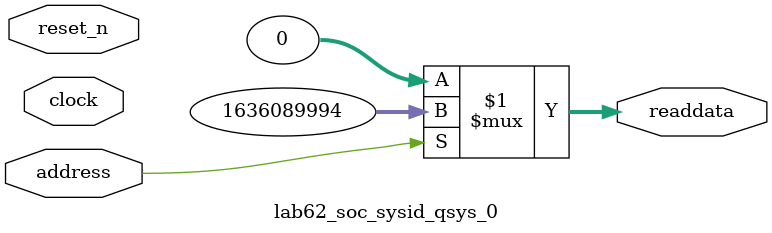
<source format=v>



// synthesis translate_off
`timescale 1ns / 1ps
// synthesis translate_on

// turn off superfluous verilog processor warnings 
// altera message_level Level1 
// altera message_off 10034 10035 10036 10037 10230 10240 10030 

module lab62_soc_sysid_qsys_0 (
               // inputs:
                address,
                clock,
                reset_n,

               // outputs:
                readdata
             )
;

  output  [ 31: 0] readdata;
  input            address;
  input            clock;
  input            reset_n;

  wire    [ 31: 0] readdata;
  //control_slave, which is an e_avalon_slave
  assign readdata = address ? 1636089994 : 0;

endmodule



</source>
